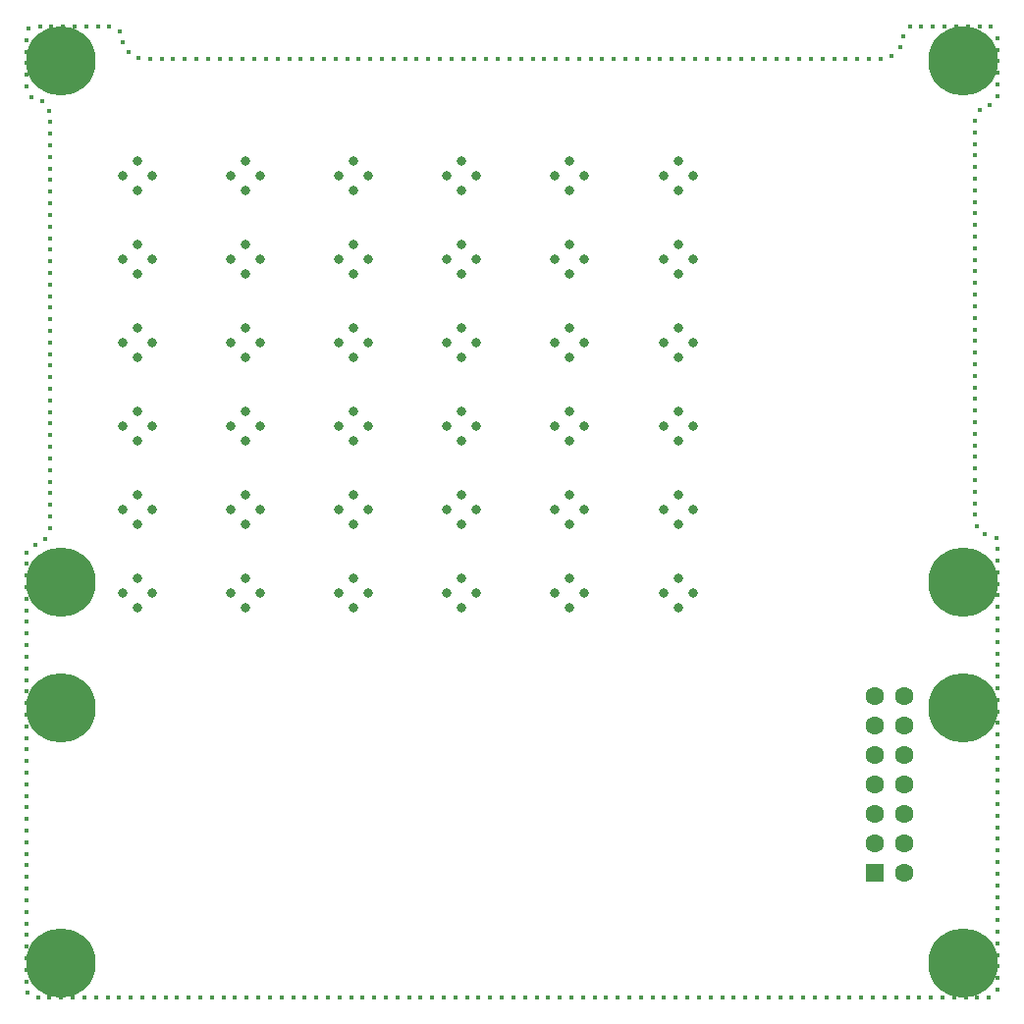
<source format=gbr>
G04*
G04 #@! TF.GenerationSoftware,Altium Limited,Altium Designer,24.1.2 (44)*
G04*
G04 Layer_Color=255*
%FSLAX44Y44*%
%MOMM*%
G71*
G04*
G04 #@! TF.SameCoordinates,AB4D1F7E-5540-450B-A896-BEEC34A0DDED*
G04*
G04*
G04 #@! TF.FilePolarity,Positive*
G04*
G01*
G75*
%ADD24C,0.8000*%
%ADD25C,0.4000*%
%ADD26C,1.2000*%
%ADD27C,6.0000*%
%ADD28C,1.6000*%
%ADD29R,1.6000X1.6000*%
D24*
X555400Y427000D02*
D03*
X568100Y439700D02*
D03*
Y414300D02*
D03*
X580800Y427000D02*
D03*
X555400Y355000D02*
D03*
X568100Y367700D02*
D03*
Y342300D02*
D03*
X580800Y355000D02*
D03*
X462060D02*
D03*
X474760Y367700D02*
D03*
Y342300D02*
D03*
X487460Y355000D02*
D03*
X368720Y427000D02*
D03*
X381420Y439700D02*
D03*
Y414300D02*
D03*
X394120Y427000D02*
D03*
X462060D02*
D03*
X474760Y439700D02*
D03*
Y414300D02*
D03*
X487460Y427000D02*
D03*
X368720Y355000D02*
D03*
X381420Y367700D02*
D03*
Y342300D02*
D03*
X394120Y355000D02*
D03*
X275380D02*
D03*
X288080Y367700D02*
D03*
Y342300D02*
D03*
X300780Y355000D02*
D03*
X275380Y427000D02*
D03*
X288080Y439700D02*
D03*
Y414300D02*
D03*
X300780Y427000D02*
D03*
X275380Y499000D02*
D03*
X288080Y511700D02*
D03*
Y486300D02*
D03*
X300780Y499000D02*
D03*
X368720D02*
D03*
X381420Y511700D02*
D03*
Y486300D02*
D03*
X394120Y499000D02*
D03*
X462060D02*
D03*
X474760Y511700D02*
D03*
Y486300D02*
D03*
X487460Y499000D02*
D03*
X555400D02*
D03*
X568100Y511700D02*
D03*
Y486300D02*
D03*
X580800Y499000D02*
D03*
X555400Y571000D02*
D03*
X568100Y583700D02*
D03*
Y558300D02*
D03*
X580800Y571000D02*
D03*
X462060D02*
D03*
X474760Y583700D02*
D03*
Y558300D02*
D03*
X487460Y571000D02*
D03*
X368720D02*
D03*
X381420Y583700D02*
D03*
Y558300D02*
D03*
X394120Y571000D02*
D03*
X275380D02*
D03*
X288080Y583700D02*
D03*
Y558300D02*
D03*
X300780Y571000D02*
D03*
X182040D02*
D03*
X194740Y583700D02*
D03*
Y558300D02*
D03*
X207440Y571000D02*
D03*
X182040Y499000D02*
D03*
X194740Y511700D02*
D03*
Y486300D02*
D03*
X207440Y499000D02*
D03*
X182040Y427000D02*
D03*
X194740Y439700D02*
D03*
Y414300D02*
D03*
X207440Y427000D02*
D03*
X182040Y355000D02*
D03*
X194740Y367700D02*
D03*
Y342300D02*
D03*
X207440Y355000D02*
D03*
X88700D02*
D03*
X101400Y367700D02*
D03*
Y342300D02*
D03*
X114100Y355000D02*
D03*
X88700Y427000D02*
D03*
X101400Y439700D02*
D03*
Y414300D02*
D03*
X114100Y427000D02*
D03*
X88700Y499000D02*
D03*
X101400Y511700D02*
D03*
Y486300D02*
D03*
X114100Y499000D02*
D03*
X88700Y571000D02*
D03*
X101400Y583700D02*
D03*
Y558300D02*
D03*
X114100Y571000D02*
D03*
X182040Y643000D02*
D03*
X194740Y655700D02*
D03*
Y630300D02*
D03*
X207440Y643000D02*
D03*
X275380D02*
D03*
X288080Y655700D02*
D03*
Y630300D02*
D03*
X300780Y643000D02*
D03*
X368720D02*
D03*
X381420Y655700D02*
D03*
Y630300D02*
D03*
X394120Y643000D02*
D03*
X462060D02*
D03*
X474760Y655700D02*
D03*
Y630300D02*
D03*
X487460Y643000D02*
D03*
X580800D02*
D03*
X568100Y630300D02*
D03*
Y655700D02*
D03*
X555400Y643000D02*
D03*
Y715000D02*
D03*
X568100Y727700D02*
D03*
Y702300D02*
D03*
X580800Y715000D02*
D03*
X462060D02*
D03*
X474760Y727700D02*
D03*
Y702300D02*
D03*
X487460Y715000D02*
D03*
X368720D02*
D03*
X381420Y727700D02*
D03*
Y702300D02*
D03*
X394120Y715000D02*
D03*
X275380D02*
D03*
X288080Y727700D02*
D03*
Y702300D02*
D03*
X300780Y715000D02*
D03*
X182040D02*
D03*
X194740Y727700D02*
D03*
Y702300D02*
D03*
X207440Y715000D02*
D03*
X88700D02*
D03*
X101400Y727700D02*
D03*
Y702300D02*
D03*
X114100Y715000D02*
D03*
X88700Y643000D02*
D03*
X101400Y655700D02*
D03*
Y630300D02*
D03*
X114100Y643000D02*
D03*
D25*
X837863Y843679D02*
D03*
X827863D02*
D03*
X817863D02*
D03*
X807863D02*
D03*
X797863D02*
D03*
X787863D02*
D03*
X777863D02*
D03*
X767868Y843357D02*
D03*
X762267Y835073D02*
D03*
X759363Y825504D02*
D03*
X752230Y818495D02*
D03*
X742627Y815704D02*
D03*
X732628Y815679D02*
D03*
X722628D02*
D03*
X712628D02*
D03*
X702628D02*
D03*
X692628D02*
D03*
X682628D02*
D03*
X672628D02*
D03*
X662628D02*
D03*
X652628D02*
D03*
X642628D02*
D03*
X632628D02*
D03*
X622628D02*
D03*
X612628D02*
D03*
X602628D02*
D03*
X592628D02*
D03*
X582628D02*
D03*
X572628D02*
D03*
X562628D02*
D03*
X552628D02*
D03*
X542628D02*
D03*
X532628D02*
D03*
X522628D02*
D03*
X512628D02*
D03*
X502628D02*
D03*
X492628D02*
D03*
X482628D02*
D03*
X472628D02*
D03*
X462628D02*
D03*
X452628D02*
D03*
X442628D02*
D03*
X432628D02*
D03*
X422628D02*
D03*
X412628D02*
D03*
X402628D02*
D03*
X392628D02*
D03*
X382628D02*
D03*
X372628D02*
D03*
X362628D02*
D03*
X352628D02*
D03*
X342628D02*
D03*
X332628D02*
D03*
X322628D02*
D03*
X312628D02*
D03*
X302628D02*
D03*
X292628D02*
D03*
X282628D02*
D03*
X272628D02*
D03*
X262628D02*
D03*
X252628D02*
D03*
X242628D02*
D03*
X232629D02*
D03*
X222629D02*
D03*
X212629D02*
D03*
X202629D02*
D03*
X192629D02*
D03*
X182629D02*
D03*
X172629D02*
D03*
X162629D02*
D03*
X152629D02*
D03*
X142629D02*
D03*
X132629D02*
D03*
X122629D02*
D03*
X112629D02*
D03*
X102659Y816448D02*
D03*
X93933Y821335D02*
D03*
X88693Y829852D02*
D03*
X86726Y839656D02*
D03*
X77571Y843679D02*
D03*
X67571D02*
D03*
X57571D02*
D03*
X47571D02*
D03*
X37571Y843679D02*
D03*
X27571D02*
D03*
X17571D02*
D03*
X7768Y841704D02*
D03*
X6321Y831809D02*
D03*
Y821809D02*
D03*
Y811810D02*
D03*
Y801810D02*
D03*
Y791810D02*
D03*
X10419Y782688D02*
D03*
X19766Y779132D02*
D03*
X25583Y770999D02*
D03*
X26321Y761026D02*
D03*
Y751026D02*
D03*
Y741026D02*
D03*
Y731026D02*
D03*
Y721026D02*
D03*
Y711026D02*
D03*
Y701026D02*
D03*
Y691026D02*
D03*
Y681026D02*
D03*
Y671026D02*
D03*
Y661026D02*
D03*
Y651026D02*
D03*
Y641026D02*
D03*
Y631026D02*
D03*
Y621026D02*
D03*
Y611026D02*
D03*
Y601026D02*
D03*
Y591026D02*
D03*
Y581026D02*
D03*
Y571026D02*
D03*
Y561026D02*
D03*
Y551026D02*
D03*
Y541026D02*
D03*
Y531026D02*
D03*
Y521026D02*
D03*
Y511026D02*
D03*
Y501026D02*
D03*
Y491026D02*
D03*
Y481026D02*
D03*
Y471026D02*
D03*
Y461026D02*
D03*
Y451026D02*
D03*
Y441026D02*
D03*
Y431026D02*
D03*
Y421026D02*
D03*
X26332Y411026D02*
D03*
X22373Y401844D02*
D03*
X13880Y396564D02*
D03*
X6321Y390017D02*
D03*
Y380017D02*
D03*
Y370017D02*
D03*
Y360017D02*
D03*
Y350017D02*
D03*
Y340018D02*
D03*
Y330018D02*
D03*
Y320018D02*
D03*
Y310018D02*
D03*
Y300018D02*
D03*
Y290018D02*
D03*
Y280018D02*
D03*
Y270018D02*
D03*
Y260018D02*
D03*
Y250018D02*
D03*
Y240018D02*
D03*
Y230018D02*
D03*
Y220018D02*
D03*
Y210018D02*
D03*
Y200018D02*
D03*
Y190018D02*
D03*
Y180018D02*
D03*
Y170018D02*
D03*
Y160018D02*
D03*
Y150018D02*
D03*
Y140018D02*
D03*
Y130018D02*
D03*
Y120018D02*
D03*
Y110018D02*
D03*
Y100018D02*
D03*
Y90018D02*
D03*
Y80018D02*
D03*
Y70018D02*
D03*
Y60018D02*
D03*
Y50018D02*
D03*
Y40018D02*
D03*
Y30018D02*
D03*
Y20018D02*
D03*
X6742Y10027D02*
D03*
X16030Y6321D02*
D03*
X26030D02*
D03*
X36030D02*
D03*
X46030D02*
D03*
X56030D02*
D03*
X66030D02*
D03*
X76030D02*
D03*
X86030D02*
D03*
X96030D02*
D03*
X106030D02*
D03*
X116030D02*
D03*
X126030D02*
D03*
X136030D02*
D03*
X146030D02*
D03*
X156030D02*
D03*
X166030D02*
D03*
X176029D02*
D03*
X186029D02*
D03*
X196029D02*
D03*
X206029D02*
D03*
X216029D02*
D03*
X226029D02*
D03*
X236029D02*
D03*
X246029D02*
D03*
X256029D02*
D03*
X266029D02*
D03*
X276029D02*
D03*
X286029D02*
D03*
X296029D02*
D03*
X306029D02*
D03*
X316029D02*
D03*
X326029D02*
D03*
X336029D02*
D03*
X346029D02*
D03*
X356029D02*
D03*
X366029D02*
D03*
X376029D02*
D03*
X386029D02*
D03*
X396029D02*
D03*
X406029D02*
D03*
X416029D02*
D03*
X426029D02*
D03*
X436029D02*
D03*
X446029D02*
D03*
X456029D02*
D03*
X466029D02*
D03*
X476029D02*
D03*
X486029D02*
D03*
X496029D02*
D03*
X506029D02*
D03*
X516029D02*
D03*
X526029D02*
D03*
X536029D02*
D03*
X546029D02*
D03*
X556029D02*
D03*
X566029D02*
D03*
X576029D02*
D03*
X586029D02*
D03*
X596029D02*
D03*
X606029D02*
D03*
X616029D02*
D03*
X626029D02*
D03*
X636029D02*
D03*
X646029D02*
D03*
X656029D02*
D03*
X666029D02*
D03*
X676029D02*
D03*
X686029D02*
D03*
X696029D02*
D03*
X706029D02*
D03*
X716029D02*
D03*
X726028D02*
D03*
X736028D02*
D03*
X746028D02*
D03*
X756028D02*
D03*
X766028D02*
D03*
X776028D02*
D03*
X786028D02*
D03*
X796028D02*
D03*
X806028D02*
D03*
X816028D02*
D03*
X826028D02*
D03*
X836028D02*
D03*
X843566Y12892D02*
D03*
X843679Y22891D02*
D03*
Y32891D02*
D03*
Y42891D02*
D03*
Y52891D02*
D03*
Y62891D02*
D03*
Y72891D02*
D03*
Y82891D02*
D03*
Y92891D02*
D03*
Y102891D02*
D03*
Y112891D02*
D03*
Y122891D02*
D03*
Y132891D02*
D03*
X843679Y142891D02*
D03*
Y152891D02*
D03*
Y162891D02*
D03*
Y172891D02*
D03*
Y182891D02*
D03*
Y192891D02*
D03*
Y202891D02*
D03*
Y212891D02*
D03*
Y222891D02*
D03*
Y232891D02*
D03*
Y242891D02*
D03*
Y252891D02*
D03*
Y262891D02*
D03*
X843679Y272891D02*
D03*
Y282891D02*
D03*
Y292891D02*
D03*
Y302891D02*
D03*
Y312890D02*
D03*
Y322891D02*
D03*
Y332891D02*
D03*
Y342891D02*
D03*
Y352891D02*
D03*
Y362890D02*
D03*
Y372890D02*
D03*
Y382890D02*
D03*
Y392890D02*
D03*
X842293Y402794D02*
D03*
X832651Y405444D02*
D03*
X825524Y412458D02*
D03*
X823679Y422287D02*
D03*
X823679Y432287D02*
D03*
X823679Y442287D02*
D03*
X823679Y452287D02*
D03*
X823679Y462287D02*
D03*
X823679Y472287D02*
D03*
X823679Y482287D02*
D03*
X823679Y492287D02*
D03*
X823679Y502287D02*
D03*
X823680Y512287D02*
D03*
X823680Y522287D02*
D03*
X823680Y532287D02*
D03*
X823680Y542286D02*
D03*
X823680Y552286D02*
D03*
X823680Y562286D02*
D03*
X823680Y572286D02*
D03*
X823680Y582286D02*
D03*
X823680Y592286D02*
D03*
X823680Y602286D02*
D03*
X823680Y612286D02*
D03*
X823680Y622286D02*
D03*
X823680Y632286D02*
D03*
X823680Y642286D02*
D03*
X823680Y652286D02*
D03*
X823680Y662286D02*
D03*
X823680Y672286D02*
D03*
X823680Y682286D02*
D03*
X823680Y692286D02*
D03*
X823680Y702286D02*
D03*
X823680Y712286D02*
D03*
X823680Y722286D02*
D03*
X823680Y732286D02*
D03*
X823680Y742286D02*
D03*
X823680Y752286D02*
D03*
X823901Y762284D02*
D03*
X828215Y771305D02*
D03*
X837038Y776011D02*
D03*
X843679Y783487D02*
D03*
Y793487D02*
D03*
Y803487D02*
D03*
Y813487D02*
D03*
Y823487D02*
D03*
Y833487D02*
D03*
D26*
X52165Y239835D02*
D03*
X19835D02*
D03*
Y272164D02*
D03*
X52165D02*
D03*
X58860Y256000D02*
D03*
X36000Y233140D02*
D03*
X13140Y256000D02*
D03*
X36000Y278860D02*
D03*
X52165Y19835D02*
D03*
X19835D02*
D03*
Y52165D02*
D03*
X52165D02*
D03*
X58860Y36000D02*
D03*
X36000Y13140D02*
D03*
X13140Y36000D02*
D03*
X36000Y58860D02*
D03*
X830164Y19835D02*
D03*
X797835D02*
D03*
Y52165D02*
D03*
X830164D02*
D03*
X836860Y36000D02*
D03*
X814000Y13140D02*
D03*
X791140Y36000D02*
D03*
X814000Y58860D02*
D03*
X830164Y239835D02*
D03*
X797835D02*
D03*
Y272164D02*
D03*
X830164D02*
D03*
X836860Y256000D02*
D03*
X814000Y233140D02*
D03*
X791140Y256000D02*
D03*
X814000Y278860D02*
D03*
X830164Y347836D02*
D03*
X797835D02*
D03*
Y380164D02*
D03*
X830164D02*
D03*
X836860Y364000D02*
D03*
X814000Y341140D02*
D03*
X791140Y364000D02*
D03*
X814000Y386860D02*
D03*
X830164Y797835D02*
D03*
X797835D02*
D03*
Y830164D02*
D03*
X830164D02*
D03*
X836860Y814000D02*
D03*
X814000Y791140D02*
D03*
X791140Y814000D02*
D03*
X814000Y836860D02*
D03*
X52165Y797835D02*
D03*
X19835D02*
D03*
Y830164D02*
D03*
X52165D02*
D03*
X58860Y814000D02*
D03*
X36000Y791140D02*
D03*
X13140Y814000D02*
D03*
X36000Y836860D02*
D03*
X52165Y347836D02*
D03*
X19835D02*
D03*
Y380164D02*
D03*
X52165D02*
D03*
X58860Y364000D02*
D03*
X36000Y341140D02*
D03*
X13140Y364000D02*
D03*
X36000Y386860D02*
D03*
D27*
Y256000D02*
D03*
Y36000D02*
D03*
X814000D02*
D03*
Y256000D02*
D03*
Y364000D02*
D03*
Y814000D02*
D03*
X36000D02*
D03*
Y364000D02*
D03*
D28*
X762700Y113800D02*
D03*
Y139200D02*
D03*
Y164600D02*
D03*
Y190000D02*
D03*
Y215400D02*
D03*
Y240800D02*
D03*
Y266200D02*
D03*
X737300Y139200D02*
D03*
Y164600D02*
D03*
Y190000D02*
D03*
Y215400D02*
D03*
Y240800D02*
D03*
Y266200D02*
D03*
D29*
Y113800D02*
D03*
M02*

</source>
